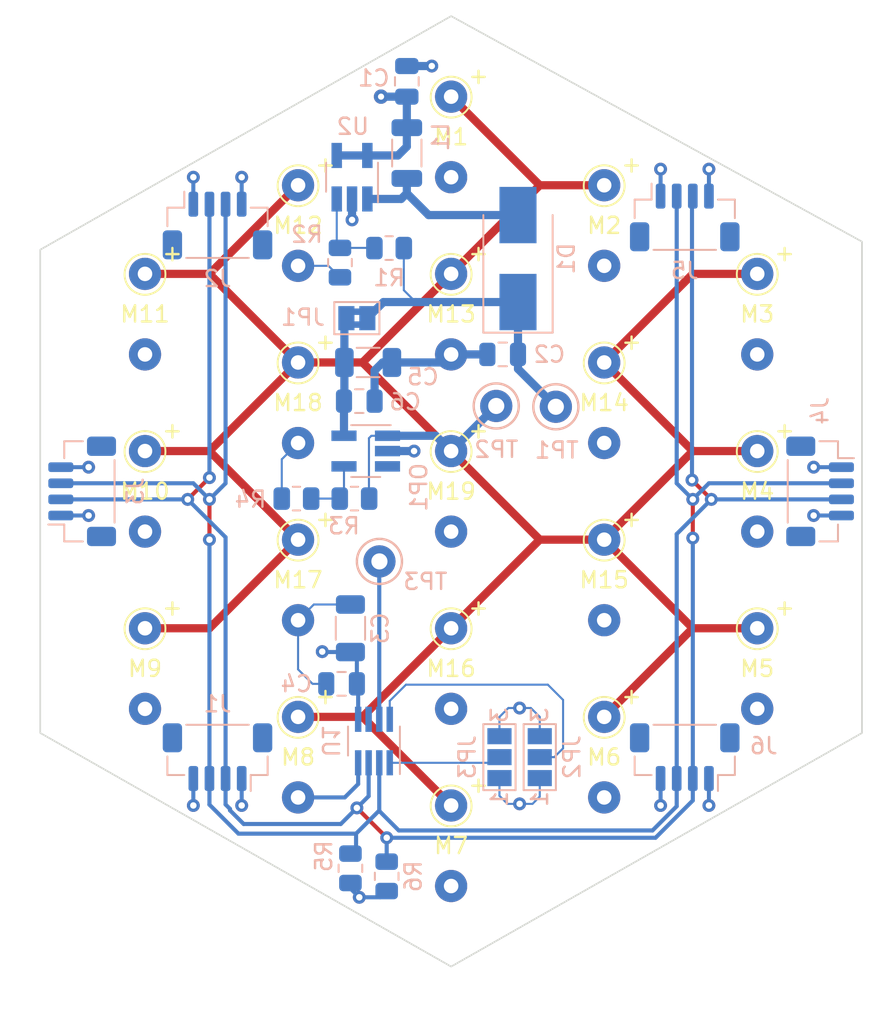
<source format=kicad_pcb>
(kicad_pcb (version 20211014) (generator pcbnew)
  (layers (0 "F.Cu" signal "Front") (1 "In1.Cu" signal) (2 "In2.Cu" signal) (31 "B.Cu" signal "Back") (34 "B.Paste" user) (35 "F.Paste" user) (36 "B.SilkS" user "B.Silkscreen") (37 "F.SilkS" user "F.Silkscreen") (38 "B.Mask" user) (39 "F.Mask" user) (44 "Edge.Cuts" user))
  (net 0 "")
  (net 1 "+5V")
  (net 2 "GND")
  (net 3 "Net-(C2-Pad1)")
  (net 4 "+24V")
  (net 5 "Net-(JP2-Pad2)")
  (net 6 "Net-(JP3-Pad2)")
  (net 7 "/Trancducer Sig")
  (net 8 "Net-(R1-Pad2)")
  (net 9 "Net-(OP1-Pad4)")
  (net 10 "/SCL")
  (net 11 "/SDA")
  (net 12 "/Audio Sig")
  (net 14 "Net-(D1-Pad2)")
  (footprint "custom_footprints:CUSP-T80-15-2400-TH" (layer "F.Cu") (at 149.5 82.5)
    (fp_text reference "M15" (at 0 0 unlocked) (layer "F.SilkS"))
    (fp_text value "Ultrasonic_Transducer" hide)
    (fp_text user "+" (at 1.7 -3.8 unlocked) (layer "F.SilkS"))
    (pad "1" thru_hole circle (at 0 -2.5) (size 2 2) (drill 0.9) (layers *.Cu *.Mask) (net 7 "/Trancducer Sig"))
    (pad "2" thru_hole circle (at 0 2.5) (size 2 2) (drill 0.9) (layers *.Cu *.Mask) (net 2 "GND"))
  )
  (footprint "custom_footprints:CUSP-T80-15-2400-TH" (layer "F.Cu") (at 149.5 93.5)
    (fp_text reference "M6" (at 0 0 unlocked) (layer "F.SilkS"))
    (fp_text value "Ultrasonic_Transducer" hide)
    (fp_text user "+" (at 1.7 -3.8 unlocked) (layer "F.SilkS"))
    (pad "1" thru_hole circle (at 0 -2.5) (size 2 2) (drill 0.9) (layers *.Cu *.Mask) (net 7 "/Trancducer Sig"))
    (pad "2" thru_hole circle (at 0 2.5) (size 2 2) (drill 0.9) (layers *.Cu *.Mask) (net 2 "GND"))
  )
  (footprint "custom_footprints:CUSP-T80-15-2400-TH" (layer "F.Cu") (at 140 99)
    (fp_text reference "M7" (at 0 0 unlocked) (layer "F.SilkS"))
    (fp_text value "Ultrasonic_Transducer" hide)
    (fp_text user "+" (at 1.7 -3.8 unlocked) (layer "F.SilkS"))
    (pad "1" thru_hole circle (at 0 -2.5) (size 2 2) (drill 0.9) (layers *.Cu *.Mask) (net 7 "/Trancducer Sig"))
    (pad "2" thru_hole circle (at 0 2.5) (size 2 2) (drill 0.9) (layers *.Cu *.Mask) (net 2 "GND"))
  )
  (footprint "custom_footprints:CUSP-T80-15-2400-TH" (layer "F.Cu") (at 121 66)
    (fp_text reference "M11" (at 0 0 unlocked) (layer "F.SilkS"))
    (fp_text value "Ultrasonic_Transducer" hide)
    (fp_text user "+" (at 1.7 -3.8 unlocked) (layer "F.SilkS"))
    (pad "1" thru_hole circle (at 0 -2.5) (size 2 2) (drill 0.9) (layers *.Cu *.Mask) (net 7 "/Trancducer Sig"))
    (pad "2" thru_hole circle (at 0 2.5) (size 2 2) (drill 0.9) (layers *.Cu *.Mask) (net 2 "GND"))
  )
  (footprint "custom_footprints:CUSP-T80-15-2400-TH" (layer "F.Cu") (at 130.5 60.5)
    (fp_text reference "M12" (at 0 0 unlocked) (layer "F.SilkS"))
    (fp_text value "Ultrasonic_Transducer" hide)
    (fp_text user "+" (at 1.7 -3.8 unlocked) (layer "F.SilkS"))
    (pad "1" thru_hole circle (at 0 -2.5) (size 2 2) (drill 0.9) (layers *.Cu *.Mask) (net 7 "/Trancducer Sig"))
    (pad "2" thru_hole circle (at 0 2.5) (size 2 2) (drill 0.9) (layers *.Cu *.Mask) (net 2 "GND"))
  )
  (footprint "custom_footprints:CUSP-T80-15-2400-TH" (layer "F.Cu") (at 121 88)
    (fp_text reference "M9" (at 0 0 unlocked) (layer "F.SilkS"))
    (fp_text value "Ultrasonic_Transducer" hide)
    (fp_text user "+" (at 1.7 -3.8 unlocked) (layer "F.SilkS"))
    (pad "1" thru_hole circle (at 0 -2.5) (size 2 2) (drill 0.9) (layers *.Cu *.Mask) (net 7 "/Trancducer Sig"))
    (pad "2" thru_hole circle (at 0 2.5) (size 2 2) (drill 0.9) (layers *.Cu *.Mask) (net 2 "GND"))
  )
  (footprint "custom_footprints:CUSP-T80-15-2400-TH" (layer "F.Cu") (at 140 77)
    (fp_text reference "M19" (at 0 0 unlocked) (layer "F.SilkS"))
    (fp_text value "Ultrasonic_Transducer" hide)
    (fp_text user "+" (at 1.7 -3.8 unlocked) (layer "F.SilkS"))
    (pad "1" thru_hole circle (at 0 -2.5) (size 2 2) (drill 0.9) (layers *.Cu *.Mask) (net 7 "/Trancducer Sig"))
    (pad "2" thru_hole circle (at 0 2.5) (size 2 2) (drill 0.9) (layers *.Cu *.Mask) (net 2 "GND"))
  )
  (footprint "custom_footprints:CUSP-T80-15-2400-TH" (layer "F.Cu") (at 159 88)
    (fp_text reference "M5" (at 0 0 unlocked) (layer "F.SilkS"))
    (fp_text value "Ultrasonic_Transducer" hide)
    (fp_text user "+" (at 1.7 -3.8 unlocked) (layer "F.SilkS"))
    (pad "1" thru_hole circle (at 0 -2.5) (size 2 2) (drill 0.9) (layers *.Cu *.Mask) (net 7 "/Trancducer Sig"))
    (pad "2" thru_hole circle (at 0 2.5) (size 2 2) (drill 0.9) (layers *.Cu *.Mask) (net 2 "GND"))
  )
  (footprint "custom_footprints:CUSP-T80-15-2400-TH" (layer "F.Cu") (at 140 55)
    (fp_text reference "M1" (at 0 0 unlocked) (layer "F.SilkS"))
    (fp_text value "Ultrasonic_Transducer" hide)
    (fp_text user "+" (at 1.7 -3.8 unlocked) (layer "F.SilkS"))
    (pad "1" thru_hole circle (at 0 -2.5) (size 2 2) (drill 0.9) (layers *.Cu *.Mask) (net 7 "/Trancducer Sig"))
    (pad "2" thru_hole circle (at 0 2.5) (size 2 2) (drill 0.9) (layers *.Cu *.Mask) (net 2 "GND"))
  )
  (footprint "custom_footprints:CUSP-T80-15-2400-TH" (layer "F.Cu") (at 149.5 71.5)
    (fp_text reference "M14" (at 0 0 unlocked) (layer "F.SilkS"))
    (fp_text value "Ultrasonic_Transducer" hide)
    (fp_text user "+" (at 1.7 -3.8 unlocked) (layer "F.SilkS"))
    (pad "1" thru_hole circle (at 0 -2.5) (size 2 2) (drill 0.9) (layers *.Cu *.Mask) (net 7 "/Trancducer Sig"))
    (pad "2" thru_hole circle (at 0 2.5) (size 2 2) (drill 0.9) (layers *.Cu *.Mask) (net 2 "GND"))
  )
  (footprint "custom_footprints:CUSP-T80-15-2400-TH" (layer "F.Cu") (at 130.5 93.5)
    (fp_text reference "M8" (at 0 0 unlocked) (layer "F.SilkS"))
    (fp_text value "Ultrasonic_Transducer" hide)
    (fp_text user "+" (at 1.7 -3.8 unlocked) (layer "F.SilkS"))
    (pad "1" thru_hole circle (at 0 -2.5) (size 2 2) (drill 0.9) (layers *.Cu *.Mask) (net 7 "/Trancducer Sig"))
    (pad "2" thru_hole circle (at 0 2.5) (size 2 2) (drill 0.9) (layers *.Cu *.Mask) (net 2 "GND"))
  )
  (footprint "custom_footprints:CUSP-T80-15-2400-TH" (layer "F.Cu") (at 140 88)
    (fp_text reference "M16" (at 0 0 unlocked) (layer "F.SilkS"))
    (fp_text value "Ultrasonic_Transducer" hide)
    (fp_text user "+" (at 1.7 -3.8 unlocked) (layer "F.SilkS"))
    (pad "1" thru_hole circle (at 0 -2.5) (size 2 2) (drill 0.9) (layers *.Cu *.Mask) (net 7 "/Trancducer Sig"))
    (pad "2" thru_hole circle (at 0 2.5) (size 2 2) (drill 0.9) (layers *.Cu *.Mask) (net 2 "GND"))
  )
  (footprint "custom_footprints:CUSP-T80-15-2400-TH" (layer "F.Cu") (at 140 66)
    (fp_text reference "M13" (at 0 0 unlocked) (layer "F.SilkS"))
    (fp_text value "Ultrasonic_Transducer" hide)
    (fp_text user "+" (at 1.7 -3.8 unlocked) (layer "F.SilkS"))
    (pad "1" thru_hole circle (at 0 -2.5) (size 2 2) (drill 0.9) (layers *.Cu *.Mask) (net 7 "/Trancducer Sig"))
    (pad "2" thru_hole circle (at 0 2.5) (size 2 2) (drill 0.9) (layers *.Cu *.Mask) (net 2 "GND"))
  )
  (footprint "custom_footprints:CUSP-T80-15-2400-TH" (layer "F.Cu") (at 159 77)
    (fp_text reference "M4" (at 0 0 unlocked) (layer "F.SilkS"))
    (fp_text value "Ultrasonic_Transducer" hide)
    (fp_text user "+" (at 1.7 -3.8 unlocked) (layer "F.SilkS"))
    (pad "1" thru_hole circle (at 0 -2.5) (size 2 2) (drill 0.9) (layers *.Cu *.Mask) (net 7 "/Trancducer Sig"))
    (pad "2" thru_hole circle (at 0 2.5) (size 2 2) (drill 0.9) (layers *.Cu *.Mask) (net 2 "GND"))
  )
  (footprint "custom_footprints:CUSP-T80-15-2400-TH" (layer "F.Cu") (at 159 66)
    (fp_text reference "M3" (at 0 0 unlocked) (layer "F.SilkS"))
    (fp_text value "Ultrasonic_Transducer" hide)
    (fp_text user "+" (at 1.7 -3.8 unlocked) (layer "F.SilkS"))
    (pad "1" thru_hole circle (at 0 -2.5) (size 2 2) (drill 0.9) (layers *.Cu *.Mask) (net 7 "/Trancducer Sig"))
    (pad "2" thru_hole circle (at 0 2.5) (size 2 2) (drill 0.9) (layers *.Cu *.Mask) (net 2 "GND"))
  )
  (footprint "custom_footprints:CUSP-T80-15-2400-TH" (layer "F.Cu") (at 149.5 60.5)
    (fp_text reference "M2" (at 0 0 unlocked) (layer "F.SilkS"))
    (fp_text value "Ultrasonic_Transducer" hide)
    (fp_text user "+" (at 1.7 -3.8 unlocked) (layer "F.SilkS"))
    (pad "1" thru_hole circle (at 0 -2.5) (size 2 2) (drill 0.9) (layers *.Cu *.Mask) (net 7 "/Trancducer Sig"))
    (pad "2" thru_hole circle (at 0 2.5) (size 2 2) (drill 0.9) (layers *.Cu *.Mask) (net 2 "GND"))
  )
  (footprint "custom_footprints:CUSP-T80-15-2400-TH" (layer "F.Cu") (at 121 77)
    (fp_text reference "M10" (at 0 0 unlocked) (layer "F.SilkS"))
    (fp_text value "Ultrasonic_Transducer" hide)
    (fp_text user "+" (at 1.7 -3.8 unlocked) (layer "F.SilkS"))
    (pad "1" thru_hole circle (at 0 -2.5) (size 2 2) (drill 0.9) (layers *.Cu *.Mask) (net 7 "/Trancducer Sig"))
    (pad "2" thru_hole circle (at 0 2.5) (size 2 2) (drill 0.9) (layers *.Cu *.Mask) (net 2 "GND"))
  )
  (footprint "custom_footprints:CUSP-T80-15-2400-TH" (layer "F.Cu") (at 130.5 82.5)
    (fp_text reference "M17" (at 0 0 unlocked) (layer "F.SilkS"))
    (fp_text value "Ultrasonic_Transducer" hide)
    (fp_text user "+" (at 1.7 -3.8 unlocked) (layer "F.SilkS"))
    (pad "1" thru_hole circle (at 0 -2.5) (size 2 2) (drill 0.9) (layers *.Cu *.Mask) (net 7 "/Trancducer Sig"))
    (pad "2" thru_hole circle (at 0 2.5) (size 2 2) (drill 0.9) (layers *.Cu *.Mask) (net 2 "GND"))
  )
  (footprint "custom_footprints:CUSP-T80-15-2400-TH" (layer "F.Cu") (at 130.5 71.5)
    (fp_text reference "M18" (at 0 0 unlocked) (layer "F.SilkS"))
    (fp_text value "Ultrasonic_Transducer" hide)
    (fp_text user "+" (at 1.7 -3.8 unlocked) (layer "F.SilkS"))
    (pad "1" thru_hole circle (at 0 -2.5) (size 2 2) (drill 0.9) (layers *.Cu *.Mask) (net 7 "/Trancducer Sig"))
    (pad "2" thru_hole circle (at 0 2.5) (size 2 2) (drill 0.9) (layers *.Cu *.Mask) (net 2 "GND"))
  )
  (footprint "Connector_JST:JST_SH_BM04B-SRSS-TB_1x04-1MP_P1.00mm_Vertical" (layer "B.Cu") (at 154.5 60)
    (fp_text reference "J5" (at 0 3.3) (layer "B.SilkS") (effects (justify mirror)))
    (fp_text value "Conn_01x04")
    (pad "1" smd roundrect locked (at -1.5 -1.325) (size 0.6 1.55) (layers "B.Cu" "B.Paste" "B.Mask") (net 2 "GND"))
    (pad "2" smd roundrect locked (at -0.5 -1.325) (size 0.6 1.55) (layers "B.Cu" "B.Paste" "B.Mask") (net 11 "/SDA"))
    (pad "3" smd roundrect locked (at 0.5 -1.325) (size 0.6 1.55) (layers "B.Cu" "B.Paste" "B.Mask") (net 10 "/SCL"))
    (pad "4" smd roundrect locked (at 1.5 -1.325) (size 0.6 1.55) (layers "B.Cu" "B.Paste" "B.Mask") (net 1 "+5V"))
    (pad "MP" smd roundrect locked (at -2.8 1.2) (size 1.2 1.8) (layers "B.Cu" "B.Paste" "B.Mask") (roundrect_rratio 0.208333))
    (pad "MP" smd roundrect locked (at 2.8 1.2) (size 1.2 1.8) (layers "B.Cu" "B.Paste" "B.Mask") (roundrect_rratio 0.208333))
  )
  (footprint "Capacitor_SMD:C_0805_2012Metric" (layer "B.Cu") (at 143.2 68.5 180)
    (fp_text reference "C2" (at -2.9 0) (layer "B.SilkS") (effects (justify mirror)))
    (fp_text value "10uF")
    (pad "1" smd roundrect locked (at -0.95 0 180) (size 1 1.45) (layers "B.Cu" "B.Paste" "B.Mask") (net 3 "Net-(C2-Pad1)"))
    (pad "2" smd roundrect locked (at 0.95 0 180) (size 1 1.45) (layers "B.Cu" "B.Paste" "B.Mask") (net 2 "GND"))
  )
  (footprint "TestPoint:TestPoint_Keystone_5000-5004_Miniature" (layer "B.Cu") (at 146.5 71.75 180)
    (fp_text reference "TP1" (at -0.05 -2.7) (layer "B.SilkS") (effects (justify mirror)))
    (fp_text value "TestPoint")
    (pad "1" thru_hole circle locked (at 0 0 180) (size 2 2) (drill 1) (layers *.Cu *.Mask) (net 3 "Net-(C2-Pad1)"))
  )
  (footprint "Resistor_SMD:R_0805_2012Metric" (layer "B.Cu") (at 133.1 62.8 -90)
    (fp_text reference "R2" (at -1.75 2.05) (layer "B.SilkS") (effects (justify mirror)))
    (fp_text value "1k")
    (pad "1" smd roundrect locked (at -0.9125 0 270) (size 1.025 1.4) (layers "B.Cu" "B.Paste" "B.Mask") (roundrect_rratio 0.243902) (net 8 "Net-(R1-Pad2)"))
    (pad "2" smd roundrect locked (at 0.9125 0 270) (size 1.025 1.4) (layers "B.Cu" "B.Paste" "B.Mask") (roundrect_rratio 0.243902) (net 2 "GND"))
  )
  (footprint "TestPoint:TestPoint_Keystone_5000-5004_Miniature" (layer "B.Cu") (at 142.8 71.7 180)
    (fp_text reference "TP2" (at 0 -2.7) (layer "B.SilkS") (effects (justify mirror)))
    (fp_text value "TestPoint")
    (pad "1" thru_hole circle locked (at 0 0 180) (size 2 2) (drill 1) (layers *.Cu *.Mask) (net 7 "/Trancducer Sig"))
  )
  (footprint "Jumper:SolderJumper-3_P1.3mm_Open_Pad1.0x1.5mm_NumberLabels" (layer "B.Cu") (at 143 93.5 90)
    (fp_text reference "JP3" (at 0 -2 90) (layer "B.SilkS") (effects (justify mirror)))
    (fp_text value "Jumper_3_Open")
    (fp_text user "3" (at 2.6 0 90) (layer "B.SilkS") (effects (justify mirror)))
    (fp_text user "1" (at -2.6 0 90) (layer "B.SilkS") (effects (justify mirror)))
    (pad "1" smd rect locked (at -1.3 0 90) (size 1 1.5) (layers "B.Cu" "B.Mask") (net 1 "+5V"))
    (pad "2" smd rect locked (at 0 0 90) (size 1 1.5) (layers "B.Cu" "B.Mask") (net 6 "Net-(JP3-Pad2)"))
    (pad "3" smd rect locked (at 1.3 0 90) (size 1 1.5) (layers "B.Cu" "B.Mask") (net 2 "GND"))
  )
  (footprint "custom_footprints:LTC2631-Z" (layer "B.Cu") (at 135.5 92.5 90)
    (fp_text reference "U1" (at 0 -3 -90 unlocked) (layer "B.SilkS") (effects (justify mirror)))
    (fp_text value "LTC2631-Z")
    (pad "1" smd rect (at -1.35 0.69 90) (size 1.56 0.4) (layers "B.Cu" "B.Paste" "B.Mask") (net 6 "Net-(JP3-Pad2)"))
    (pad "2" smd rect (at -1.35 0.04 90) (size 1.56 0.4) (layers "B.Cu" "B.Paste" "B.Mask") (net 10 "/SCL"))
    (pad "3" smd rect (at -1.35 -0.62 90) (size 1.56 0.4) (layers "B.Cu" "B.Paste" "B.Mask") (net 11 "/SDA"))
    (pad "4" smd rect (at -1.35 -1.27 90) (size 1.56 0.4) (layers "B.Cu" "B.Paste" "B.Mask") (net 2 "GND"))
    (pad "5" smd rect (at 1.35 -1.27 90) (size 1.56 0.4) (layers "B.Cu" "B.Paste" "B.Mask") (net 1 "+5V"))
    (pad "6" smd rect (at 1.35 -0.62 90) (size 1.56 0.4) (layers "B.Cu" "B.Paste" "B.Mask"))
    (pad "7" smd rect (at 1.35 0.04 90) (size 1.56 0.4) (layers "B.Cu" "B.Paste" "B.Mask") (net 12 "/Audio Sig"))
    (pad "8" smd rect (at 1.35 0.69 90) (size 1.56 0.4) (layers "B.Cu" "B.Paste" "B.Mask") (net 5 "Net-(JP2-Pad2)"))
  )
  (footprint "Resistor_SMD:R_0805_2012Metric" (layer "B.Cu") (at 130.4 77.45 180)
    (fp_text reference "R4" (at 2.85 -0.05) (layer "B.SilkS") (effects (justify mirror)))
    (fp_text value "5k")
    (pad "1" smd roundrect locked (at -0.9125 0 180) (size 1.025 1.4) (layers "B.Cu" "B.Paste" "B.Mask") (roundrect_rratio 0.243902) (net 9 "Net-(OP1-Pad4)"))
    (pad "2" smd roundrect locked (at 0.9125 0 180) (size 1.025 1.4) (layers "B.Cu" "B.Paste" "B.Mask") (roundrect_rratio 0.243902) (net 2 "GND"))
  )
  (footprint "Jumper:SolderJumper-2_P1.3mm_Bridged2Bar_Pad1.0x1.5mm" (layer "B.Cu") (at 134.15 66.25 180)
    (fp_text reference "JP1" (at 3.35 0.05) (layer "B.SilkS") (effects (justify mirror)))
    (fp_text value "Jumper_2_Open")
    (fp_poly (pts (xy -0.25 -0.2) (xy 0.25 -0.2) (xy 0.25 -0.6) (xy -0.25 -0.6)) (layer "B.Cu") (width 0) (fill solid))
    (fp_poly (pts (xy -0.25 0.6) (xy 0.25 0.6) (xy 0.25 0.2) (xy -0.25 0.2)) (layer "B.Cu") (width 0) (fill solid))
    (pad "1" smd rect locked (at -0.65 0 180) (size 1 1.5) (layers "B.Cu" "B.Mask") (net 3 "Net-(C2-Pad1)"))
    (pad "2" smd rect locked (at 0.65 0 180) (size 1 1.5) (layers "B.Cu" "B.Mask") (net 4 "+24V"))
  )
  (footprint "Capacitor_SMD:C_1206_3216Metric" (layer "B.Cu") (at 133.75 85.5 90)
    (fp_text reference "C3" (at 0 1.85 90) (layer "B.SilkS") (effects (justify mirror)))
    (fp_text value "10uF")
    (pad "1" smd roundrect locked (at -1.475 0 90) (size 1.15 1.8) (layers "B.Cu" "B.Paste" "B.Mask") (roundrect_rratio 0.217391) (net 1 "+5V"))
    (pad "2" smd roundrect locked (at 1.475 0 90) (size 1.15 1.8) (layers "B.Cu" "B.Paste" "B.Mask") (roundrect_rratio 0.217391) (net 2 "GND"))
  )
  (footprint "Connector_JST:JST_SH_BM04B-SRSS-TB_1x04-1MP_P1.00mm_Vertical" (layer "B.Cu") (at 154.5 93.5 180)
    (fp_text reference "J6" (at -4.9 0.7) (layer "B.SilkS") (effects (justify mirror)))
    (fp_text value "Conn_01x04")
    (pad "1" smd roundrect locked (at -1.5 -1.325 180) (size 0.6 1.55) (layers "B.Cu" "B.Paste" "B.Mask") (net 2 "GND"))
    (pad "2" smd roundrect locked (at -0.5 -1.325 180) (size 0.6 1.55) (layers "B.Cu" "B.Paste" "B.Mask") (net 11 "/SDA"))
    (pad "3" smd roundrect locked (at 0.5 -1.325 180) (size 0.6 1.55) (layers "B.Cu" "B.Paste" "B.Mask") (net 10 "/SCL"))
    (pad "4" smd roundrect locked (at 1.5 -1.325 180) (size 0.6 1.55) (layers "B.Cu" "B.Paste" "B.Mask") (net 1 "+5V"))
    (pad "MP" smd roundrect locked (at -2.8 1.2 180) (size 1.2 1.8) (layers "B.Cu" "B.Paste" "B.Mask") (roundrect_rratio 0.208333))
    (pad "MP" smd roundrect locked (at 2.8 1.2 180) (size 1.2 1.8) (layers "B.Cu" "B.Paste" "B.Mask") (roundrect_rratio 0.208333))
  )
  (footprint "Package_TO_SOT_SMD:SOT-23-5_HandSoldering" (layer "B.Cu") (at 134.7 74.5 180)
    (fp_text reference "OP1" (at -3.3 -2.25 270) (layer "B.SilkS") (effects (justify mirror)))
    (fp_text value "ADA4622-1")
    (pad "1" smd rect locked (at -1.35 0.95 180) (size 1.56 0.65) (layers "B.Cu" "B.Paste" "B.Mask") (net 7 "/Trancducer Sig"))
    (pad "2" smd rect locked (at -1.35 0 180) (size 1.56 0.65) (layers "B.Cu" "B.Paste" "B.Mask") (net 2 "GND"))
    (pad "3" smd rect locked (at -1.35 -0.95 180) (size 1.56 0.65) (layers "B.Cu" "B.Paste" "B.Mask") (net 12 "/Audio Sig"))
    (pad "4" smd rect locked (at 1.35 -0.95 180) (size 1.56 0.65) (layers "B.Cu" "B.Paste" "B.Mask") (net 9 "Net-(OP1-Pad4)"))
    (pad "5" smd rect locked (at 1.35 0.95 180) (size 1.56 0.65) (layers "B.Cu" "B.Paste" "B.Mask") (net 4 "+24V"))
  )
  (footprint "Capacitor_SMD:C_0805_2012Metric" (layer "B.Cu") (at 134.3 71.4)
    (fp_text reference "C6" (at 2.85 0.05) (layer "B.SilkS") (effects (justify mirror)))
    (fp_text value "100nF")
    (pad "1" smd roundrect locked (at -0.95 0) (size 1 1.45) (layers "B.Cu" "B.Paste" "B.Mask") (net 4 "+24V"))
    (pad "2" smd roundrect locked (at 0.95 0) (size 1 1.45) (layers "B.Cu" "B.Paste" "B.Mask") (net 2 "GND"))
  )
  (footprint "Connector_JST:JST_SH_BM04B-SRSS-TB_1x04-1MP_P1.00mm_Vertical" (layer "B.Cu") (at 125.5 60.5)
    (fp_text reference "J2" (at 0 3.3) (layer "B.SilkS") (effects (justify mirror)))
    (fp_text value "Conn_01x04")
    (pad "1" smd roundrect locked (at -1.5 -1.325) (size 0.6 1.55) (layers "B.Cu" "B.Paste" "B.Mask") (net 2 "GND"))
    (pad "2" smd roundrect locked (at -0.5 -1.325) (size 0.6 1.55) (layers "B.Cu" "B.Paste" "B.Mask") (net 11 "/SDA"))
    (pad "3" smd roundrect locked (at 0.5 -1.325) (size 0.6 1.55) (layers "B.Cu" "B.Paste" "B.Mask") (net 10 "/SCL"))
    (pad "4" smd roundrect locked (at 1.5 -1.325) (size 0.6 1.55) (layers "B.Cu" "B.Paste" "B.Mask") (net 1 "+5V"))
    (pad "MP" smd roundrect locked (at 2.8 1.2) (size 1.2 1.8) (layers "B.Cu" "B.Paste" "B.Mask") (roundrect_rratio 0.208333))
    (pad "MP" smd roundrect locked (at -2.8 1.2) (size 1.2 1.8) (layers "B.Cu" "B.Paste" "B.Mask") (roundrect_rratio 0.208333))
  )
  (footprint "Jumper:SolderJumper-3_P1.3mm_Open_Pad1.0x1.5mm_NumberLabels" (layer "B.Cu") (at 145.5 93.5 90)
    (fp_text reference "JP2" (at 0 2 90) (layer "B.SilkS") (effects (justify mirror)))
    (fp_text value "Jumper_3_Open")
    (fp_text user "3" (at 2.6 0 90) (layer "B.SilkS") (effects (justify mirror)))
    (fp_text user "1" (at -2.6 0 90) (layer "B.SilkS") (effects (justify mirror)))
    (pad "1" smd rect locked (at -1.3 0 90) (size 1 1.5) (layers "B.Cu" "B.Mask") (net 1 "+5V"))
    (pad "2" smd rect locked (at 0 0 90) (size 1 1.5) (layers "B.Cu" "B.Mask") (net 5 "Net-(JP2-Pad2)"))
    (pad "3" smd rect locked (at 1.3 0 90) (size 1 1.5) (layers "B.Cu" "B.Mask") (net 2 "GND"))
  )
  (footprint "Resistor_SMD:R_0805_2012Metric" (layer "B.Cu") (at 134 77.45 180)
    (fp_text reference "R3" (at 0.65 -1.7) (layer "B.SilkS") (effects (justify mirror)))
    (fp_text value "10k")
    (pad "1" smd roundrect locked (at -0.9125 0 180) (size 1.025 1.4) (layers "B.Cu" "B.Paste" "B.Mask") (roundrect_rratio 0.243902) (net 7 "/Trancducer Sig"))
    (pad "2" smd roundrect locked (at 0.9125 0 180) (size 1.025 1.4) (layers "B.Cu" "B.Paste" "B.Mask") (roundrect_rratio 0.243902) (net 9 "Net-(OP1-Pad4)"))
  )
  (footprint "Capacitor_SMD:C_1206_3216Metric" (layer "B.Cu") (at 134.85 69)
    (fp_text reference "C5" (at 3.4 0.9) (layer "B.SilkS") (effects (justify mirror)))
    (fp_text value "10uF")
    (pad "1" smd roundrect locked (at -1.475 0) (size 1.15 1.8) (layers "B.Cu" "B.Paste" "B.Mask") (roundrect_rratio 0.217391) (net 4 "+24V"))
    (pad "2" smd roundrect locked (at 1.475 0) (size 1.15 1.8) (layers "B.Cu" "B.Paste" "B.Mask") (roundrect_rratio 0.217391) (net 2 "GND"))
  )
  (footprint "Capacitor_SMD:C_0805_2012Metric" (layer "B.Cu") (at 137.25 51.55 90)
    (fp_text reference "C1" (at 0.2 -2.05 180) (layer "B.SilkS") (effects (justify mirror)))
    (fp_text value "2.2uF")
    (pad "1" smd roundrect locked (at -0.95 0 90) (size 1 1.45) (layers "B.Cu" "B.Paste" "B.Mask") (net 1 "+5V"))
    (pad "2" smd roundrect locked (at 0.95 0 90) (size 1 1.45) (layers "B.Cu" "B.Paste" "B.Mask") (net 2 "GND"))
  )
  (footprint "TestPoint:TestPoint_Keystone_5000-5004_Miniature" (layer "B.Cu") (at 135.55 81.35 180)
    (fp_text reference "TP3" (at -2.85 -1.25) (layer "B.SilkS") (effects (justify mirror)))
    (fp_text value "TestPoint")
    (pad "1" thru_hole circle locked (at 0 0 180) (size 2 2) (drill 1) (layers *.Cu *.Mask) (net 12 "/Audio Sig"))
  )
  (footprint "Connector_JST:JST_SH_BM04B-SRSS-TB_1x04-1MP_P1.00mm_Vertical" (layer "B.Cu") (at 125.5 93.5 180)
    (fp_text reference "J1" (at 0 3.3) (layer "B.SilkS") (effects (justify mirror)))
    (fp_text value "Conn_01x04")
    (pad "1" smd roundrect locked (at -1.5 -1.325 180) (size 0.6 1.55) (layers "B.Cu" "B.Paste" "B.Mask") (net 2 "GND"))
    (pad "2" smd roundrect locked (at -0.5 -1.325 180) (size 0.6 1.55) (layers "B.Cu" "B.Paste" "B.Mask") (net 11 "/SDA"))
    (pad "3" smd roundrect locked (at 0.5 -1.325 180) (size 0.6 1.55) (layers "B.Cu" "B.Paste" "B.Mask") (net 10 "/SCL"))
    (pad "4" smd roundrect locked (at 1.5 -1.325 180) (size 0.6 1.55) (layers "B.Cu" "B.Paste" "B.Mask") (net 1 "+5V"))
    (pad "MP" smd roundrect locked (at -2.8 1.2 180) (size 1.2 1.8) (layers "B.Cu" "B.Paste" "B.Mask") (roundrect_rratio 0.208333))
    (pad "MP" smd roundrect locked (at 2.8 1.2 180) (size 1.2 1.8) (layers "B.Cu" "B.Paste" "B.Mask") (roundrect_rratio 0.208333))
  )
  (footprint "Resistor_SMD:R_0805_2012Metric" (layer "B.Cu") (at 136.15 61.9 180)
    (fp_text reference "R1" (at 0 -1.85) (layer "B.SilkS") (effects (justify mirror)))
    (fp_text value "18k")
    (pad "1" smd roundrect locked (at -0.9125 0 180) (size 1.025 1.4) (layers "B.Cu" "B.Paste" "B.Mask") (roundrect_rratio 0.243902) (net 3 "Net-(C2-Pad1)"))
    (pad "2" smd roundrect locked (at 0.9125 0 180) (size 1.025 1.4) (layers "B.Cu" "B.Paste" "B.Mask") (roundrect_rratio 0.243902) (net 8 "Net-(R1-Pad2)"))
  )
  (footprint "Package_TO_SOT_SMD:SOT-23-5_HandSoldering" (layer "B.Cu") (at 133.85 57.5 90)
    (fp_text reference "U2" (at 3.15 0.05 180) (layer "B.SilkS") (effects (justify mirror)))
    (fp_text value "MIC2288")
    (pad "1" smd rect locked (at -1.35 0.95 90) (size 1.56 0.65) (layers "B.Cu" "B.Paste" "B.Mask") (net 14 "Net-(D1-Pad2)"))
    (pad "2" smd rect locked (at -1.35 0 90) (size 1.56 0.65) (layers "B.Cu" "B.Paste" "B.Mask") (net 2 "GND"))
    (pad "3" smd rect locked (at -1.35 -0.95 90) (size 1.56 0.65) (layers "B.Cu" "B.Paste" "B.Mask") (net 8 "Net-(R1-Pad2)"))
    (pad "4" smd rect locked (at 1.35 -0.95 90) (size 1.56 0.65) (layers "B.Cu" "B.Paste" "B.Mask") (net 1 "+5V"))
    (pad "5" smd rect locked (at 1.35 0.95 90) (size 1.56 0.65) (layers "B.Cu" "B.Paste" "B.Mask") (net 1 "+5V"))
  )
  (footprint "Inductor_SMD:L_1206_3216Metric" (layer "B.Cu") (at 137.25 56 -90)
    (fp_text reference "L1" (at -1 -2.1 90) (layer "B.SilkS") (effects (justify mirror)))
    (fp_text value "10uF")
    (pad "1" smd roundrect locked (at -1.575 0 270) (size 1.05 1.9) (layers "B.Cu" "B.Paste" "B.Mask") (roundrect_rratio 0.238095) (net 1 "+5V"))
    (pad "2" smd roundrect locked (at 1.575 0 270) (size 1.05 1.9) (layers "B.Cu" "B.Paste" "B.Mask") (roundrect_rratio 0.238095) (net 14 "Net-(D1-Pad2)"))
  )
  (footprint "Diode_SMD:D_SMB_Handsoldering" (layer "B.Cu") (at 144.15 62.55 90)
    (fp_text reference "D1" (at 0 3 90) (layer "B.SilkS") (effects (justify mirror)))
    (fp_text value "SSB44")
    (pad "1" smd rect locked (at -2.7 0 90) (size 3.5 2.3) (layers "B.Cu" "B.Paste" "B.Mask") (net 3 "Net-(C2-Pad1)"))
    (pad "2" smd rect locked (at 2.7 0 90) (size 3.5 2.3) (layers "B.Cu" "B.Paste" "B.Mask") (net 14 "Net-(D1-Pad2)"))
  )
  (footprint "Resistor_SMD:R_0805_2012Metric" (layer "B.Cu") (at 133.75 100.4 90)
    (fp_text reference "R5" (at 0.75 -1.65 90) (layer "B.SilkS") (effects (justify mirror)))
    (fp_text value "R")
    (pad "1" smd roundrect locked (at -0.9125 0 90) (size 1.025 1.4) (layers "B.Cu" "B.Paste" "B.Mask") (roundrect_rratio 0.243902) (net 1 "+5V"))
    (pad "2" smd roundrect locked (at 0.9125 0 90) (size 1.025 1.4) (layers "B.Cu" "B.Paste" "B.Mask") (roundrect_rratio 0.243902) (net 10 "/SCL"))
  )
  (footprint "Capacitor_SMD:C_0805_2012Metric" (layer "B.Cu") (at 133.2 88.95 180)
    (fp_text reference "C4" (at 2.8 0) (layer "B.SilkS") (effects (justify mirror)))
    (fp_text value "100nF")
    (pad "1" smd roundrect locked (at -0.95 0 180) (size 1 1.45) (layers "B.Cu" "B.Paste" "B.Mask") (net 1 "+5V"))
    (pad "2" smd roundrect locked (at 0.95 0 180) (size 1 1.45) (layers "B.Cu" "B.Paste" "B.Mask") (net 2 "GND"))
  )
  (footprint "Connector_JST:JST_SH_BM04B-SRSS-TB_1x04-1MP_P1.00mm_Vertical" (layer "B.Cu") (at 117.1 77 90)
    (fp_text reference "J3" (at 0 3.3 90) (layer "B.SilkS") (effects (justify mirror)))
    (fp_text value "Conn_01x04")
    (pad "1" smd roundrect locked (at -1.5 -1.325 90) (size 0.6 1.55) (layers "B.Cu" "B.Paste" "B.Mask") (net 2 "GND"))
    (pad "2" smd roundrect locked (at -0.5 -1.325 90) (size 0.6 1.55) (layers "B.Cu" "B.Paste" "B.Mask") (net 11 "/SDA"))
    (pad "3" smd roundrect locked (at 0.5 -1.325 90) (size 0.6 1.55) (layers "B.Cu" "B.Paste" "B.Mask") (net 10 "/SCL"))
    (pad "4" smd roundrect locked (at 1.5 -1.325 90) (size 0.6 1.55) (layers "B.Cu" "B.Paste" "B.Mask") (net 1 "+5V"))
    (pad "MP" smd roundrect locked (at 2.8 1.2 90) (size 1.2 1.8) (layers "B.Cu" "B.Paste" "B.Mask") (roundrect_rratio 0.208333))
    (pad "MP" smd roundrect locked (at -2.8 1.2 90) (size 1.2 1.8) (layers "B.Cu" "B.Paste" "B.Mask") (roundrect_rratio 0.208333))
  )
  (footprint "Resistor_SMD:R_0805_2012Metric" (layer "B.Cu") (at 136 100.9 90)
    (fp_text reference "R6" (at 0 1.65 90) (layer "B.SilkS") (effects (justify mirror)))
    (fp_text value "R")
    (pad "1" smd roundrect locked (at -0.9125 0 90) (size 1.025 1.4) (layers "B.Cu" "B.Paste" "B.Mask") (roundrect_rratio 0.243902) (net 1 "+5V"))
    (pad "2" smd roundrect locked (at 0.9125 0 90) (size 1.025 1.4) (layers "B.Cu" "B.Paste" "B.Mask") (roundrect_rratio 0.243902) (net 11 "/SDA"))
  )
  (footprint "Connector_JST:JST_SH_BM04B-SRSS-TB_1x04-1MP_P1.00mm_Vertical" (layer "B.Cu") (at 162.9 77 -90)
    (fp_text reference "J4" (at -5 0 90) (layer "B.SilkS") (effects (justify mirror)))
    (fp_text value "Conn_01x04")
    (pad "1" smd roundrect locked (at -1.5 -1.325 270) (size 0.6 1.55) (layers "B.Cu" "B.Paste" "B.Mask") (net 2 "GND"))
    (pad "2" smd roundrect locked (at -0.5 -1.325 270) (size 0.6 1.55) (layers "B.Cu" "B.Paste" "B.Mask") (net 11 "/SDA"))
    (pad "3" smd roundrect locked (at 0.5 -1.325 270) (size 0.6 1.55) (layers "B.Cu" "B.Paste" "B.Mask") (net 10 "/SCL"))
    (pad "4" smd roundrect locked (at 1.5 -1.325 270) (size 0.6 1.55) (layers "B.Cu" "B.Paste" "B.Mask") (net 1 "+5V"))
    (pad "MP" smd roundrect locked (at -2.8 1.2 270) (size 1.2 1.8) (layers "B.Cu" "B.Paste" "B.Mask") (roundrect_rratio 0.208333))
    (pad "MP" smd roundrect locked (at 2.8 1.2 270) (size 1.2 1.8) (layers "B.Cu" "B.Paste" "B.Mask") (roundrect_rratio 0.208333))
  )
  (gr_poly (pts (xy 165.5 61.5) (xy 165.5 92) (xy 140 106.5) (xy 114.5 92) (xy 114.5 62) (xy 140 47.5)) (layer "Edge.Cuts") (width 0.1) (fill none))
  (via (at 144.25 96.4) (size 0.8) (drill 0.4) (layers "F.Cu" "B.Cu") (net 1))
  (via (at 135.65 52.5) (size 0.889) (drill 0.381) (layers "F.Cu" "B.Cu") (net 1))
  (via (at 127 57.5) (size 0.8) (drill 0.4) (layers "F.Cu" "B.Cu") (net 1))
  (via (at 132 86.95) (size 0.8) (drill 0.4) (layers "F.Cu" "B.Cu") (net 1))
  (via (at 117.5 75.5) (size 0.8) (drill 0.4) (layers "F.Cu" "B.Cu") (net 1))
  (via (at 153 96.5) (size 0.8) (drill 0.4) (layers "F.Cu" "B.Cu") (net 1))
  (via (at 156 57) (size 0.8) (drill 0.4) (layers "F.Cu" "B.Cu") (net 1))
  (via (at 162.5 78.5) (size 0.8) (drill 0.4) (layers "F.Cu" "B.Cu") (net 1))
  (via (at 134.3 102.2) (size 0.8) (drill 0.4) (layers "F.Cu" "B.Cu") (net 1))
  (via (at 124 96.5) (size 0.8) (drill 0.4) (layers "F.Cu" "B.Cu") (net 1))
  (segment (start 137.25 54.425) (end 137.25 52.5) (width 0.508) (layer "B.Cu") (net 1))
  (segment (start 144.25 96.4) (end 143.5 96.4) (width 0.127) (layer "B.Cu") (net 1))
  (segment (start 134.8 56.15) (end 136.7 56.15) (width 0.508) (layer "B.Cu") (net 1))
  (segment (start 137.25 52.5) (end 135.65 52.5) (width 0.508) (layer "B.Cu") (net 1))
  (segment (start 133.925 86.975) (end 134.15 87.2) (width 0.254) (layer "B.Cu") (net 1))
  (segment (start 145.05 96.4) (end 145.5 95.95) (width 0.127) (layer "B.Cu") (net 1))
  (segment (start 143.5 96.4) (end 143 95.9) (width 0.127) (layer "B.Cu") (net 1))
  (segment (start 145.5 95.95) (end 145.5 94.8) (width 0.127) (layer "B.Cu") (net 1))
  (segment (start 144.25 96.4) (end 145.05 96.4) (width 0.127) (layer "B.Cu") (net 1))
  (segment (start 133.75 101.65) (end 134.3 102.2) (width 0.254) (layer "B.Cu") (net 1))
  (segment (start 127 59.175) (end 127 57.5) (width 0.25) (layer "B.Cu") (net 1))
  (segment (start 156 58.675) (end 156 57) (width 0.25) (layer "B.Cu") (net 1))
  (segment (start 134.23 91.15) (end 134.23 89.03) (width 0.254) (layer "B.Cu") (net 1))
  (segment (start 133.75 101.3125) (end 133.75 101.65) (width 0.254) (layer "B.Cu") (net 1))
  (segment (start 137.25 55.6) (end 137.25 54.425) (width 0.508) (layer "B.Cu") (net 1))
  (segment (start 134.23 89.03) (end 134.15 88.95) (width 0.25) (layer "B.Cu") (net 1))
  (segment (start 136.7 56.15) (end 137.25 55.6) (width 0.508) (layer "B.Cu") (net 1))
  (segment (start 124 94.825) (end 124 96.5) (width 0.25) (layer "B.Cu") (net 1))
  (segment (start 132.025 86.975) (end 133.75 86.975) (width 0.254) (layer "B.Cu") (net 1))
  (segment (start 115.675 75.5) (end 117.5 75.5) (width 0.25) (layer "B.Cu") (net 1))
  (segment (start 134.15 87.2) (end 134.15 88.95) (width 0.254) (layer "B.Cu") (net 1))
  (segment (start 143 95.9) (end 143 94.8) (width 0.127) (layer "B.Cu") (net 1))
  (segment (start 133.75 86.975) (end 133.925 86.975) (width 0.254) (layer "B.Cu") (net 1))
  (segment (start 132 86.95) (end 132.025 86.975) (width 0.25) (layer "B.Cu") (net 1))
  (segment (start 153 94.825) (end 153 96.5) (width 0.25) (layer "B.Cu") (net 1))
  (segment (start 135.6125 102.2) (end 136 101.8125) (width 0.254) (layer "B.Cu") (net 1))
  (segment (start 132.9 56.15) (end 134.8 56.15) (width 0.508) (layer "B.Cu") (net 1))
  (segment (start 134.3 102.2) (end 135.6125 102.2) (width 0.254) (layer "B.Cu") (net 1))
  (segment (start 164.325 78.5) (end 162.5 78.5) (width 0.25) (layer "B.Cu") (net 1))
  (via (at 117.5 78.5) (size 0.8) (drill 0.4) (layers "F.Cu" "B.Cu") (net 2))
  (via (at 138.8 50.6) (size 0.8) (drill 0.4) (layers "F.Cu" "B.Cu") (net 2))
  (via (at 153 57) (size 0.8) (drill 0.4) (layers "F.Cu" "B.Cu") (net 2))
  (via (at 127 96.5) (size 0.8) (drill 0.4) (layers "F.Cu" "B.Cu") (net 2))
  (via (at 124 57.5) (size 0.8) (drill 0.4) (layers "F.Cu" "B.Cu") (net 2))
  (via (at 162.5 75.5) (size 0.8) (drill 0.4) (layers "F.Cu" "B.Cu") (net 2))
  (via (at 144.25 90.45) (size 0.8) (drill 0.4) (layers "F.Cu" "B.Cu") (net 2))
  (via (at 156 96.5) (size 0.8) (drill 0.4) (layers "F.Cu" "B.Cu") (net 2))
  (via (at 137.7 74.5) (size 0.8) (drill 0.4) (layers "F.Cu" "B.Cu") (net 2))
  (via (at 133.85 60.15) (size 0.8) (drill 0.4) (layers "F.Cu" "B.Cu") (net 2))
  (segment (start 133.4 96) (end 130.5 96) (width 0.254) (layer "B.Cu") (net 2))
  (segment (start 156 94.825) (end 156 96.5) (width 0.25) (layer "B.Cu") (net 2))
  (segment (start 133.1 63.7125) (end 132.3875 63) (width 0.127) (layer "B.Cu") (net 2))
  (segment (start 129.4875 77.45) (end 129.4875 75.0125) (width 0.127) (layer "B.Cu") (net 2))
  (segment (start 133.75 84.025) (end 131.475 84.025) (width 0.127) (layer "B.Cu") (net 2))
  (segment (start 124 59.175) (end 124 57.5) (width 0.25) (layer "B.Cu") (net 2))
  (segment (start 145.5 91) (end 145.5 92.2) (width 0.127) (layer "B.Cu") (net 2))
  (segment (start 134.23 95.17) (end 133.4 96) (width 0.254) (layer "B.Cu") (net 2))
  (segment (start 127 94.825) (end 127 96.5) (width 0.25) (layer "B.Cu") (net 2))
  (segment (start 136.05 74.5) (end 137.7 74.5) (width 0.508) (layer "B.Cu") (net 2))
  (segment (start 115.675 78.5) (end 117.5 78.5) (width 0.25) (layer "B.Cu") (net 2))
  (segment (start 132.3875 63) (end 130.5 63) (width 0.127) (layer "B.Cu") (net 2))
  (segment (start 130.5 88.05) (end 130.5 85) (width 0.127) (layer "B.Cu") (net 2))
  (segment (start 139.5 69) (end 140 68.5) (width 0.508) (layer "B.Cu") (net 2))
  (segment (start 136.325 69) (end 139.5 69) (width 0.508) (layer "B.Cu") (net 2))
  (segment (start 144.95 90.45) (end 145.5 91) (width 0.127) (layer "B.Cu") (net 2))
  (segment (start 134.23 93.85) (end 134.23 95.17) (width 0.254) (layer "B.Cu") (net 2))
  (segment (start 142.25 68.5) (end 140 68.5) (width 0.508) (layer "B.Cu") (net 2))
  (segment (start 135.25 69.5) (end 135.25 71.4) (width 0.508) (layer "B.Cu") (net 2))
  (segment (start 132.25 88.95) (end 131.4 88.95) (width 0.127) (layer "B.Cu") (net 2))
  (segment (start 137.25 50.6) (end 138.8 50.6) (width 0.508) (layer "B.Cu") (net 2))
  (segment (start 131.475 84.025) (end 130.5 85) (width 0.127) (layer "B.Cu") (net 2))
  (segment (start 144.25 90.45) (end 144.95 90.45) (width 0.127) (layer "B.Cu") (net 2))
  (segment (start 153 58.675) (end 153 57) (width 0.25) (layer "B.Cu") (net 2))
  (segment (start 136.325 69) (end 135.75 69) (width 0.508) (layer "B.Cu") (net 2))
  (segment (start 143 91) (end 143 92.2) (width 0.127) (layer "B.Cu") (net 2))
  (segment (start 129.4875 75.0125) (end 130.5 74) (width 0.127) (layer "B.Cu") (net 2))
  (segment (start 133.85 58.85) (end 133.85 60.15) (width 0.508) (layer "B.Cu") (net 2))
  (segment (start 135.75 69) (end 135.25 69.5) (width 0.508) (layer "B.Cu") (net 2))
  (segment (start 143.55 90.45) (end 143 91) (width 0.127) (layer "B.Cu") (net 2))
  (segment (start 131.4 88.95) (end 130.5 88.05) (width 0.127) (layer "B.Cu") (net 2))
  (segment (start 164.325 75.5) (end 162.5 75.5) (width 0.25) (layer "B.Cu") (net 2))
  (segment (start 144.25 90.45) (end 143.55 90.45) (width 0.127) (layer "B.Cu") (net 2))
  (segment (start 135.8 65.25) (end 134.8 66.25) (width 0.508) (layer "B.Cu") (net 3))
  (segment (start 144.15 69.4) (end 146.5 71.75) (width 0.508) (layer "B.Cu") (net 3))
  (segment (start 144.15 68.5) (end 144.15 69.4) (width 0.508) (layer "B.Cu") (net 3))
  (segment (start 137.0625 61.9) (end 137.0625 64.5125) (width 0.127) (layer "B.Cu") (net 3))
  (segment (start 144.15 65.25) (end 137.8 65.25) (width 0.508) (layer "B.Cu") (net 3))
  (segment (start 137.8 65.25) (end 135.8 65.25) (width 0.508) (layer "B.Cu") (net 3))
  (segment (start 137.0625 64.5125) (end 137.8 65.25) (width 0.127) (layer "B.Cu") (net 3))
  (segment (start 144.15 65.25) (end 144.15 68.5) (width 0.508) (layer "B.Cu") (net 3))
  (segment (start 133.375 66.375) (end 133.5 66.25) (width 0.508) (layer "B.Cu") (net 4))
  (segment (start 133.375 69) (end 133.375 66.375) (width 0.508) (layer "B.Cu") (net 4))
  (segment (start 133.35 71.4) (end 133.35 73.55) (width 0.508) (layer "B.Cu") (net 4))
  (segment (start 133.375 71.375) (end 133.35 71.4) (width 0.508) (layer "B.Cu") (net 4))
  (segment (start 133.375 69) (end 133.375 71.375) (width 0.508) (layer "B.Cu") (net 4))
  (segment (start 146.95 89.95) (end 146 89) (width 0.127) (layer "B.Cu") (net 5))
  (segment (start 136.19 90.01) (end 136.19 91.15) (width 0.127) (layer "B.Cu") (net 5))
  (segment (start 145.5 93.5) (end 146.4 93.5) (width 0.127) (layer "B.Cu") (net 5))
  (segment (start 137.2 89) (end 136.19 90.01) (width 0.127) (layer "B.Cu") (net 5))
  (segment (start 146 89) (end 137.2 89) (width 0.127) (layer "B.Cu") (net 5))
  (segment (start 146.95 92.95) (end 146.95 89.95) (width 0.127) (layer "B.Cu") (net 5))
  (segment (start 146.4 93.5) (end 146.95 92.95) (width 0.127) (layer "B.Cu") (net 5))
  (segment (start 136.19 93.85) (end 142.65 93.85) (width 0.127) (layer "B.Cu") (net 6))
  (segment (start 142.65 93.85) (end 143 93.5) (width 0.25) (layer "B.Cu") (net 6))
  (segment (start 149.5 80) (end 145.5 80) (width 0.508) (layer "F.Cu") (net 7))
  (segment (start 145.5 58) (end 149.5 58) (width 0.508) (layer "F.Cu") (net 7))
  (segment (start 140 52.5) (end 145.5 58) (width 0.508) (layer "F.Cu") (net 7))
  (segment (start 130.5 58) (end 125 63.5) (width 0.508) (layer "F.Cu") (net 7))
  (segment (start 140 74.5) (end 134.5 69) (width 0.508) (layer "F.Cu") (net 7))
  (segment (start 155 63.5) (end 149.5 69) (width 0.508) (layer "F.Cu") (net 7))
  (segment (start 159 85.5) (end 155 85.5) (width 0.508) (layer "F.Cu") (net 7))
  (segment (start 145.5 80) (end 140 85.5) (width 0.508) (layer "F.Cu") (net 7))
  (segment (start 155 74.5) (end 149.5 69) (width 0.508) (layer "F.Cu") (net 7))
  (segment (start 125 74.5) (end 130.5 80) (width 0.508) (layer "F.Cu") (net 7))
  (segment (start 155 74.5) (end 149.5 80) (width 0.508) (layer "F.Cu") (net 7))
  (segment (start 125 63.5) (end 130.5 69) (width 0.508) (layer "F.Cu") (net 7))
  (segment (start 125 85.5) (end 130.5 80) (width 0.508) (layer "F.Cu") (net 7))
  (segment (start 140 63.5) (end 145.5 58) (width 0.508) (layer "F.Cu") (net 7))
  (segment (start 130.5 69) (end 134.5 69) (width 0.508) (layer "F.Cu") (net 7))
  (segment (start 134.5 91) (end 130.5 91) (width 0.508) (layer "F.Cu") (net 7))
  (segment (start 159 74.5) (end 155 74.5) (width 0.508) (layer "F.Cu") (net 7))
  (segment (start 121 63.5) (end 125 63.5) (width 0.508) (layer "F.Cu") (net 7))
  (segment (start 134.5 69) (end 140 63.5) (width 0.508) (layer "F.Cu") (net 7))
  (segment (start 155 85.5) (end 149.5 91) (width 0.508) (layer "F.Cu") (net 7))
  (segment (start 140 96.5) (end 134.5 91) (width 0.508) (layer "F.Cu") (net 7))
  (segment (start 121 85.5) (end 125 85.5) (width 0.508) (layer "F.Cu") (net 7))
  (segment (start 145.5 80) (end 140 74.5) (width 0.508) (layer "F.Cu") (net 7))
  (segment (start 125 74.5) (end 130.5 69) (width 0.508) (layer "F.Cu") (net 7))
  (segment (start 140 85.5) (end 134.5 91) (width 0.508) (layer "F.Cu") (net 7))
  (segment (start 159 63.5) (end 155 63.5) (width 0.508) (layer "F.Cu") (net 7))
  (segment (start 121 74.5) (end 125 74.5) (width 0.508) (layer "F.Cu") (net 7))
  (segment (start 155 85.5) (end 149.5 80) (width 0.508) (layer "F.Cu") (net 7))
  (segment (start 134.9 77.4375) (end 134.9 73.7) (width 0.127) (layer "B.Cu") (net 7))
  (segment (start 134.9 73.7) (end 135.05 73.55) (width 0.127) (layer "B.Cu") (net 7))
  (segment (start 134.9125 77.45) (end 134.9 77.4375) (width 0.127) (layer "B.Cu") (net 7))
  (segment (start 142.8 71.7) (end 140 74.5) (width 0.508) (layer "B.Cu") (net 7))
  (segment (start 136.05 73.55) (end 139.05 73.55) (width 0.508) (layer "B.Cu") (net 7))
  (segment (start 135.05 73.55) (end 136.05 73.55) (width 0.127) (layer "B.Cu") (net 7))
  (segment (start 139.05 73.55) (end 140 74.5) (width 0.508) (layer "B.Cu") (net 7))
  (segment (start 132.9 61.6875) (end 133.1 61.8875) (width 0.127) (layer "B.Cu") (net 8))
  (segment (start 135.225 61.8875) (end 135.2375 61.9) (width 0.127) (layer "B.Cu") (net 8))
  (segment (start 133.1 61.8875) (end 135.225 61.8875) (width 0.127) (layer "B.Cu") (net 8))
  (segment (start 132.9 58.85) (end 132.9 61.6875) (width 0.127) (layer "B.Cu") (net 8))
  (segment (start 131.3125 77.45) (end 133.0875 77.45) (width 0.127) (layer "B.Cu") (net 9))
  (segment (start 133.35 77.1875) (end 133.35 75.45) (width 0.127) (layer "B.Cu") (net 9))
  (segment (start 133.0875 77.45) (end 133.35 77.1875) (width 0.127) (layer "B.Cu") (net 9))
  (segment (start 156.15 77.5) (end 154.95 76.3) (width 0.254) (layer "F.Cu") (net 10))
  (segment (start 125 80) (end 125 77.5) (width 0.254) (layer "F.Cu") (net 10))
  (via (at 125 80) (size 0.8) (drill 0.4) (layers "F.Cu" "B.Cu") (net 10))
  (via (at 125 77.5) (size 0.8) (drill 0.4) (layers "F.Cu" "B.Cu") (net 10))
  (via (at 154.95 76.3) (size 0.8) (drill 0.4) (layers "F.Cu" "B.Cu") (net 10))
  (via (at 156.15 77.5) (size 0.8) (drill 0.4) (layers "F.Cu" "B.Cu") (net 10))
  (segment (start 135.54 96.81) (end 135.54 93.85) (width 0.254) (layer "B.Cu") (net 10))
  (segment (start 125 77.5) (end 126 76.5) (width 0.254) (layer "B.Cu") (net 10))
  (segment (start 125 77.5) (end 124 76.5) (width 0.254) (layer "B.Cu") (net 10))
  (segment (start 135.54 96.84) (end 136.75 98.05) (width 0.254) (layer "B.Cu") (net 10))
  (segment (start 156.15 77.5) (end 164.225 77.5) (width 0.254) (layer "B.Cu") (net 10))
  (segment (start 126.8 98.25) (end 134.1 98.25) (width 0.254) (layer "B.Cu") (net 10))
  (segment (start 133.8625 99.4875) (end 134.1 99.25) (width 0.254) (layer "B.Cu") (net 10))
  (segment (start 133.75 99.4875) (end 133.8625 99.4875) (width 0.254) (layer "B.Cu") (net 10))
  (segment (start 134.1 98.25) (end 135.54 96.81) (width 0.254) (layer "B.Cu") (net 10))
  (segment (start 154 96.55) (end 154 94.825) (width 0.254) (layer "B.Cu") (net 10))
  (segment (start 136.75 98.05) (end 152.5 98.05) (width 0.254) (layer "B.Cu") (net 10))
  (segment (start 125 94.825) (end 125 96.45) (width 0.254) (layer "B.Cu") (net 10))
  (segment (start 125 96.45) (end 126.8 98.25) (width 0.254) (layer "B.Cu") (net 10))
  (segment (start 126 76.5) (end 126 59.175) (width 0.254) (layer "B.Cu") (net 10))
  (segment (start 154.95 76.3) (end 154.95 58.725) (width 0.254) (layer "B.Cu") (net 10))
  (segment (start 154 79.65) (end 156.15 77.5) (width 0.254) (layer "B.Cu") (net 10))
  (segment (start 125 94.825) (end 125 80) (width 0.254) (layer "B.Cu") (net 10))
  (segment (start 134.1 99.25) (end 134.1 98.25) (width 0.254) (layer "B.Cu") (net 10))
  (segment (start 154.95 58.725) (end 155 58.675) (width 0.254) (layer "B.Cu") (net 10))
  (segment (start 135.54 96.81) (end 135.54 96.84) (width 0.254) (layer "B.Cu") (net 10))
  (segment (start 154 94.825) (end 154 79.65) (width 0.254) (layer "B.Cu") (net 10))
  (segment (start 152.5 98.05) (end 154 96.55) (width 0.254) (layer "B.Cu") (net 10))
  (segment (start 124 76.5) (end 115.775 76.5) (width 0.254) (layer "B.Cu") (net 10))
  (segment (start 134.15 96.65) (end 136.00352 98.50352) (width 0.254) (layer "F.Cu") (net 11))
  (segment (start 155 79.9) (end 155 77.5) (width 0.254) (layer "F.Cu") (net 11))
  (segment (start 123.65 77.5) (end 125 76.15) (width 0.254) (layer "F.Cu") (net 11))
  (via (at 123.65 77.5) (size 0.8) (drill 0.4) (layers "F.Cu" "B.Cu") (net 11))
  (via (at 136.00352 98.50352) (size 0.8) (drill 0.4) (layers "F.Cu" "B.Cu") (net 11))
  (via (at 125 76.15) (size 0.8) (drill 0.4) (layers "F.Cu" "B.Cu") (net 11))
  (via (at 155 79.9) (size 0.8) (drill 0.4) (layers "F.Cu" "B.Cu") (net 11))
  (via (at 134.15 96.65) (size 0.8) (drill 0.4) (layers "F.Cu" "B.Cu") (net 11))
  (via (at 155 77.5) (size 0.8) (drill 0.4) (layers "F.Cu" "B.Cu") (net 11))
  (segment (start 155 96.191374) (end 152.687854 98.50352) (width 0.254) (layer "B.Cu") (net 11))
  (segment (start 133.15 97.65) (end 134.15 96.65) (width 0.254) (layer "B.Cu") (net 11))
  (segment (start 136 99.9875) (end 136 98.50704) (width 0.254) (layer "B.Cu") (net 11))
  (segment (start 126 96.43764) (end 126.273489 96.711129) (width 0.254) (layer "B.Cu") (net 11))
  (segment (start 126 94.825) (end 126 79.85) (width 0.254) (layer "B.Cu") (net 11))
  (segment (start 155 77.5) (end 156 76.5) (width 0.254) (layer "B.Cu") (net 11))
  (segment (start 126.273489 96.711129) (end 126.273489 96.800932) (width 0.254) (layer "B.Cu") (net 11))
  (segment (start 126 94.825) (end 126 96.43764) (width 0.254) (layer "B.Cu") (net 11))
  (segment (start 134.15 96.65) (end 134.88 95.92) (width 0.254) (layer "B.Cu") (net 11))
  (segment (start 126 79.85) (end 123.65 77.5) (width 0.254) (layer "B.Cu") (net 11))
  (segment (start 136.00352 98.50352) (end 136 98.5) (width 0.254) (layer "B.Cu") (net 11))
  (segment (start 136 98.50704) (end 136.00352 98.50352) (width 0.254) (layer "B.Cu") (net 11))
  (segment (start 154 76.5) (end 154 58.675) (width 0.254) (layer "B.Cu") (net 11))
  (segment (start 155 94.825) (end 155 96.191374) (width 0.254) (layer "B.Cu") (net 11))
  (segment (start 125 76.15) (end 125 59.175) (width 0.254) (layer "B.Cu") (net 11))
  (segment (start 134.88 95.92) (end 134.88 93.85) (width 0.254) (layer "B.Cu") (net 11))
  (segment (start 126.273489 96.800932) (end 127.122557 97.65) (width 0.254) (layer "B.Cu") (net 11))
  (segment (start 152.687854 98.50352) (end 136.00352 98.50352) (width 0.254) (layer "B.Cu") (net 11))
  (segment (start 123.65 77.5) (end 115.775 77.5) (width 0.254) (layer "B.Cu") (net 11))
  (segment (start 127.122557 97.65) (end 133.15 97.65) (width 0.254) (layer "B.Cu") (net 11))
  (segment (start 155 77.5) (end 154 76.5) (width 0.254) (layer "B.Cu") (net 11))
  (segment (start 156 76.5) (end 164.225 76.5) (width 0.254) (layer "B.Cu") (net 11))
  (segment (start 155 94.825) (end 155 79.9) (width 0.254) (layer "B.Cu") (net 11))
  (segment (start 135.54 81.36) (end 135.55 81.35) (width 0.254) (layer "B.Cu") (net 12))
  (segment (start 135.54 91.15) (end 135.54 81.36) (width 0.254) (layer "B.Cu") (net 12))
  (segment (start 134.8 58.85) (end 136.9 58.85) (width 0.508) (layer "B.Cu") (net 14))
  (segment (start 137.25 58.5) (end 138.6 59.85) (width 0.508) (layer "B.Cu") (net 14))
  (segment (start 136.9 58.85) (end 137.25 58.5) (width 0.508) (layer "B.Cu") (net 14))
  (segment (start 137.25 58.5) (end 137.25 57.575) (width 0.508) (layer "B.Cu") (net 14))
  (segment (start 138.6 59.85) (end 144.15 59.85) (width 0.508) (layer "B.Cu") (net 14))
)
</source>
